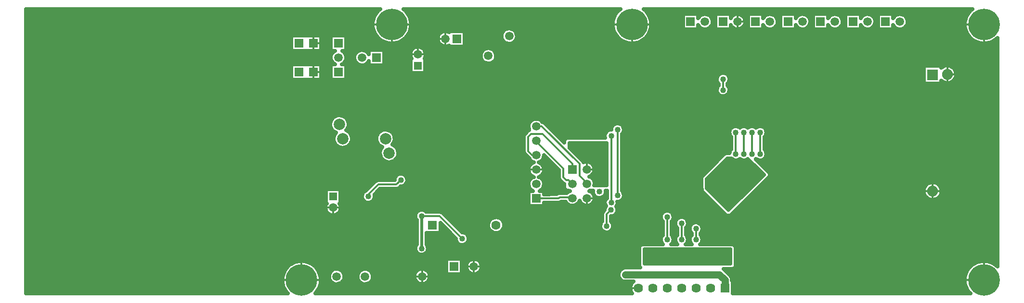
<source format=gbr>
G04 DipTrace 2.4.0.2*
%INBottom.gbr*%
%MOIN*%
%ADD13C,0.05*%
%ADD14C,0.013*%
%ADD15C,0.02*%
%ADD17C,0.04*%
%ADD20C,0.025*%
%ADD24R,0.0748X0.0748*%
%ADD25C,0.0748*%
%ADD28R,0.0591X0.0591*%
%ADD29C,0.0591*%
%ADD30R,0.0531X0.0531*%
%ADD32R,0.063X0.063*%
%ADD33C,0.063*%
%ADD34R,0.0638X0.0638*%
%ADD35C,0.0638*%
%ADD37C,0.0787*%
%ADD38C,0.2187*%
%ADD39C,0.0591*%
%ADD40C,0.0748*%
%FSLAX44Y44*%
G04*
G70*
G90*
G75*
G01*
%LNBottom*%
%LPD*%
X45815Y5628D2*
D13*
X52315D1*
X52690Y5253D1*
Y4690D1*
X39630Y13909D2*
D14*
X39347D1*
X39065Y14190D1*
Y15190D1*
X39253Y15378D1*
X40065D1*
X42130Y13312D1*
Y12940D1*
X49690Y8065D2*
Y9190D1*
X39630Y15909D2*
Y15940D1*
X40003D1*
X42628Y13315D1*
Y12503D1*
X43065Y12065D1*
Y11753D1*
X43253Y11940D1*
X43130D1*
X48690Y8065D2*
Y9628D1*
X53440Y15503D2*
Y14003D1*
X54003Y15503D2*
Y14003D1*
X54565Y15503D2*
Y14003D1*
X55128Y15503D2*
Y14003D1*
X44819Y10626D2*
Y15253D1*
X28003Y11069D2*
Y11190D1*
X28690Y11878D1*
X29940D1*
X30253Y12190D1*
X31690Y9690D2*
D15*
Y7440D1*
Y9690D2*
D14*
X32940D1*
X34503Y8127D1*
X44503Y9003D2*
Y9815D1*
X44815Y10128D1*
X45257Y11126D2*
Y15690D1*
X52567Y18440D2*
Y19190D1*
X39630Y10909D2*
X41159D1*
X41253Y11003D1*
X42130D1*
Y10940D1*
X50690Y8065D2*
Y8815D1*
X39630Y14909D2*
Y14875D1*
X41503Y13003D1*
Y12378D1*
X41690Y12190D1*
X41880D1*
X42130Y11940D1*
D17*
X45815Y5628D3*
X49690Y8065D3*
Y9190D3*
X48690Y8065D3*
Y9628D3*
X53440Y15503D3*
Y14003D3*
X54003Y15503D3*
Y14003D3*
X54565Y15503D3*
Y14003D3*
X55128Y15503D3*
Y14003D3*
X44819Y10626D3*
Y15253D3*
X28003Y11069D3*
X30253Y12190D3*
X31690Y9690D3*
Y7440D3*
X34503Y8127D3*
X44503Y9003D3*
X44815Y10128D3*
X31690Y9690D3*
X45257Y11126D3*
Y15690D3*
X52567Y18440D3*
Y19190D3*
X50690Y8065D3*
Y8815D3*
X55565Y20815D3*
X57815D3*
X60065D3*
X62315D3*
X64565D3*
X55565Y20190D3*
X57815D3*
X60065D3*
X62315D3*
X64565D3*
X32943Y18816D3*
X33318D3*
X42440Y14565D3*
X43003D3*
X43565D3*
X44128D3*
X52940Y13440D3*
X43963Y12865D3*
X44315Y13190D3*
X52440Y12940D3*
X51940Y12440D3*
X54940D3*
X48878Y12128D3*
X44003Y11940D3*
X54440D3*
X48878Y11565D3*
X53940Y11440D3*
X44003Y11378D3*
X53440Y10940D3*
X52940Y10440D3*
X26315Y10253D3*
X43128Y10190D3*
X43690D3*
X47757Y6877D3*
X32943Y19191D3*
X52445Y6877D3*
X33318Y19191D3*
X47257Y6877D3*
X52945D3*
X51632Y19816D3*
X60128Y11628D3*
X59815Y11315D3*
X4340Y23816D2*
D20*
X28554D1*
X30701D2*
X45179D1*
X47326D2*
X69554D1*
X4340Y23568D2*
X28401D1*
X30854D2*
X45026D1*
X47479D2*
X49761D1*
X51713D2*
X52011D1*
X53963D2*
X54261D1*
X56213D2*
X56511D1*
X58463D2*
X58761D1*
X60713D2*
X61011D1*
X62963D2*
X63261D1*
X65213D2*
X69401D1*
X4340Y23319D2*
X28312D1*
X30944D2*
X44937D1*
X47569D2*
X49761D1*
X51854D2*
X52007D1*
X54104D2*
X54257D1*
X56354D2*
X56507D1*
X58604D2*
X58757D1*
X60854D2*
X61007D1*
X63104D2*
X63257D1*
X65354D2*
X69312D1*
X4340Y23070D2*
X28276D1*
X30979D2*
X44901D1*
X47604D2*
X49761D1*
X51858D2*
X52007D1*
X54108D2*
X54257D1*
X56358D2*
X56507D1*
X58608D2*
X58757D1*
X60858D2*
X61007D1*
X63108D2*
X63257D1*
X65358D2*
X69276D1*
X4340Y22822D2*
X28288D1*
X30967D2*
X44913D1*
X47592D2*
X49761D1*
X51721D2*
X52011D1*
X53971D2*
X54261D1*
X56221D2*
X56511D1*
X58471D2*
X58761D1*
X60721D2*
X61011D1*
X62971D2*
X63261D1*
X65221D2*
X69288D1*
X4340Y22573D2*
X28347D1*
X30909D2*
X37362D1*
X38147D2*
X44972D1*
X47534D2*
X69347D1*
X4340Y22324D2*
X28460D1*
X30795D2*
X32898D1*
X34686D2*
X37218D1*
X38295D2*
X45085D1*
X47420D2*
X69460D1*
X4340Y22076D2*
X22636D1*
X24744D2*
X25386D1*
X26494D2*
X28651D1*
X30604D2*
X32792D1*
X34686D2*
X37214D1*
X38299D2*
X45276D1*
X47229D2*
X69651D1*
X4340Y21827D2*
X22636D1*
X24744D2*
X25386D1*
X26494D2*
X28984D1*
X30272D2*
X32819D1*
X34686D2*
X37347D1*
X38166D2*
X45609D1*
X46897D2*
X69984D1*
X71272D2*
X71542D1*
X4340Y21578D2*
X22636D1*
X24744D2*
X25386D1*
X26494D2*
X33003D1*
X34686D2*
X71542D1*
X4340Y21330D2*
X22636D1*
X24744D2*
X25386D1*
X26494D2*
X31085D1*
X31799D2*
X36163D1*
X36475D2*
X71542D1*
X4340Y21081D2*
X25558D1*
X26323D2*
X27183D1*
X29123D2*
X30913D1*
X31971D2*
X35835D1*
X36803D2*
X71542D1*
X4340Y20832D2*
X25405D1*
X26475D2*
X27030D1*
X29123D2*
X30894D1*
X31991D2*
X35765D1*
X36873D2*
X71542D1*
X4340Y20584D2*
X25398D1*
X26483D2*
X27023D1*
X29123D2*
X30917D1*
X31967D2*
X35816D1*
X36819D2*
X71542D1*
X4340Y20335D2*
X25523D1*
X26358D2*
X27148D1*
X29123D2*
X30917D1*
X31967D2*
X36069D1*
X36565D2*
X71542D1*
X4340Y20086D2*
X22636D1*
X24744D2*
X25386D1*
X26494D2*
X30917D1*
X31967D2*
X66437D1*
X68385D2*
X71542D1*
X4340Y19837D2*
X22636D1*
X24744D2*
X25386D1*
X26494D2*
X30917D1*
X31967D2*
X66437D1*
X68647D2*
X71542D1*
X4340Y19589D2*
X22636D1*
X24744D2*
X25386D1*
X26494D2*
X52370D1*
X52764D2*
X66437D1*
X68721D2*
X71542D1*
X4340Y19340D2*
X22636D1*
X24744D2*
X25386D1*
X26494D2*
X52136D1*
X53002D2*
X66437D1*
X68690D2*
X71542D1*
X4340Y19091D2*
X52120D1*
X53014D2*
X66437D1*
X68526D2*
X71542D1*
X4340Y18843D2*
X52241D1*
X52893D2*
X71542D1*
X4340Y18594D2*
X52136D1*
X52998D2*
X71542D1*
X4340Y18345D2*
X52116D1*
X53018D2*
X71542D1*
X4340Y18097D2*
X52276D1*
X52858D2*
X71542D1*
X4340Y17848D2*
X71542D1*
X4340Y17599D2*
X71542D1*
X4340Y17351D2*
X71542D1*
X4340Y17102D2*
X71542D1*
X4340Y16853D2*
X71542D1*
X4340Y16605D2*
X25655D1*
X26350D2*
X71542D1*
X4340Y16356D2*
X25421D1*
X26584D2*
X39319D1*
X39940D2*
X71542D1*
X4340Y16107D2*
X25351D1*
X26655D2*
X39112D1*
X40284D2*
X45109D1*
X45405D2*
X71542D1*
X4340Y15858D2*
X25386D1*
X26619D2*
X39077D1*
X40534D2*
X44831D1*
X45682D2*
X53163D1*
X55405D2*
X71542D1*
X4340Y15610D2*
X25546D1*
X26576D2*
X28851D1*
X29530D2*
X39038D1*
X40784D2*
X44546D1*
X45709D2*
X52995D1*
X55573D2*
X71542D1*
X4340Y15361D2*
X25659D1*
X26819D2*
X28612D1*
X29768D2*
X38792D1*
X41030D2*
X44374D1*
X45580D2*
X53003D1*
X55565D2*
X71542D1*
X4340Y15112D2*
X25585D1*
X26889D2*
X28538D1*
X29842D2*
X38741D1*
X41280D2*
X41784D1*
X45580D2*
X53116D1*
X55451D2*
X71542D1*
X4340Y14864D2*
X25616D1*
X26858D2*
X28569D1*
X29811D2*
X38741D1*
X45580D2*
X53116D1*
X55451D2*
X71542D1*
X4340Y14615D2*
X25773D1*
X26701D2*
X28726D1*
X29772D2*
X38741D1*
X45580D2*
X53116D1*
X55451D2*
X71542D1*
X4340Y14366D2*
X28866D1*
X30018D2*
X38741D1*
X45580D2*
X53116D1*
X55451D2*
X71542D1*
X4340Y14118D2*
X28792D1*
X30092D2*
X38749D1*
X45580D2*
X52995D1*
X55573D2*
X71542D1*
X4340Y13869D2*
X28819D1*
X30065D2*
X38937D1*
X45580D2*
X52511D1*
X55565D2*
X71542D1*
X4340Y13620D2*
X28972D1*
X29912D2*
X39159D1*
X40100D2*
X40437D1*
X45580D2*
X52265D1*
X55362D2*
X71542D1*
X4340Y13372D2*
X39347D1*
X39912D2*
X40683D1*
X45580D2*
X52015D1*
X55116D2*
X71542D1*
X4340Y13123D2*
X39120D1*
X40139D2*
X40933D1*
X45580D2*
X51765D1*
X55366D2*
X71542D1*
X4340Y12874D2*
X39077D1*
X40186D2*
X41179D1*
X45580D2*
X51519D1*
X55612D2*
X71542D1*
X4340Y12626D2*
X39155D1*
X40104D2*
X41179D1*
X45580D2*
X51269D1*
X55819D2*
X71542D1*
X4340Y12377D2*
X29835D1*
X30670D2*
X39359D1*
X39905D2*
X41179D1*
X45580D2*
X51062D1*
X55733D2*
X71542D1*
X4340Y12128D2*
X28499D1*
X30709D2*
X39124D1*
X40139D2*
X41304D1*
X45580D2*
X51054D1*
X55487D2*
X71542D1*
X4340Y11879D2*
X28241D1*
X30580D2*
X39077D1*
X40186D2*
X41554D1*
X45580D2*
X51054D1*
X55237D2*
X66632D1*
X67510D2*
X71542D1*
X4340Y11631D2*
X27995D1*
X30135D2*
X39155D1*
X40108D2*
X41562D1*
X45580D2*
X51054D1*
X54987D2*
X66472D1*
X67670D2*
X71542D1*
X4340Y11382D2*
X25038D1*
X26092D2*
X27675D1*
X28643D2*
X39073D1*
X40186D2*
X41812D1*
X45631D2*
X51140D1*
X54741D2*
X66441D1*
X67701D2*
X71542D1*
X4340Y11133D2*
X25038D1*
X26092D2*
X27546D1*
X28459D2*
X39073D1*
X45717D2*
X51390D1*
X54491D2*
X66515D1*
X67627D2*
X71542D1*
X4340Y10885D2*
X25038D1*
X26092D2*
X27585D1*
X28420D2*
X39073D1*
X43682D2*
X44444D1*
X45643D2*
X51640D1*
X54241D2*
X66780D1*
X67362D2*
X71542D1*
X4340Y10636D2*
X25038D1*
X26092D2*
X39073D1*
X41307D2*
X41671D1*
X43588D2*
X44359D1*
X45280D2*
X51886D1*
X53994D2*
X71542D1*
X4340Y10387D2*
X25023D1*
X26108D2*
X39073D1*
X40186D2*
X44429D1*
X45209D2*
X52136D1*
X53744D2*
X71542D1*
X4340Y10139D2*
X25030D1*
X26100D2*
X44355D1*
X45276D2*
X52386D1*
X53494D2*
X71542D1*
X4340Y9890D2*
X25179D1*
X25951D2*
X31280D1*
X33190D2*
X44187D1*
X45205D2*
X48319D1*
X49061D2*
X52632D1*
X53248D2*
X71542D1*
X4340Y9641D2*
X31234D1*
X33440D2*
X44179D1*
X44826D2*
X48230D1*
X49151D2*
X71542D1*
X4340Y9393D2*
X31331D1*
X33686D2*
X36382D1*
X37315D2*
X44179D1*
X44826D2*
X48300D1*
X49080D2*
X49280D1*
X50100D2*
X71542D1*
X4340Y9144D2*
X31331D1*
X33936D2*
X36280D1*
X37420D2*
X44066D1*
X44940D2*
X48366D1*
X49014D2*
X49234D1*
X50147D2*
X50382D1*
X50998D2*
X71542D1*
X4340Y8895D2*
X31331D1*
X33014D2*
X33284D1*
X34186D2*
X36300D1*
X37397D2*
X44058D1*
X44948D2*
X48366D1*
X49014D2*
X49347D1*
X50034D2*
X50237D1*
X51143D2*
X71542D1*
X4340Y8647D2*
X31331D1*
X33014D2*
X33534D1*
X34432D2*
X36468D1*
X37233D2*
X44230D1*
X44776D2*
X48366D1*
X49014D2*
X49366D1*
X50014D2*
X50265D1*
X51116D2*
X71542D1*
X4340Y8398D2*
X31331D1*
X32049D2*
X33784D1*
X34869D2*
X48366D1*
X49014D2*
X49366D1*
X50014D2*
X50366D1*
X51014D2*
X71542D1*
X4340Y8149D2*
X31331D1*
X32049D2*
X34030D1*
X34963D2*
X48237D1*
X51143D2*
X71542D1*
X4340Y7900D2*
X31331D1*
X32049D2*
X34109D1*
X34901D2*
X48261D1*
X49119D2*
X49266D1*
X50119D2*
X50266D1*
X51119D2*
X71542D1*
X4340Y7652D2*
X31284D1*
X32096D2*
X46800D1*
X53401D2*
X71542D1*
X4340Y7403D2*
X31234D1*
X32147D2*
X46745D1*
X53455D2*
X71542D1*
X4340Y7154D2*
X31339D1*
X32041D2*
X46745D1*
X53455D2*
X71542D1*
X4340Y6906D2*
X46745D1*
X53455D2*
X71542D1*
X4340Y6657D2*
X33386D1*
X34494D2*
X35042D1*
X35596D2*
X46745D1*
X53455D2*
X71542D1*
X4340Y6408D2*
X22698D1*
X24057D2*
X33386D1*
X34494D2*
X34812D1*
X35826D2*
X46745D1*
X53455D2*
X69948D1*
X71307D2*
X71542D1*
X4340Y6160D2*
X22382D1*
X24373D2*
X33386D1*
X34494D2*
X34765D1*
X35873D2*
X46765D1*
X53436D2*
X69632D1*
X4340Y5911D2*
X22198D1*
X24557D2*
X25452D1*
X26178D2*
X27421D1*
X28143D2*
X31359D1*
X32084D2*
X33386D1*
X34494D2*
X34843D1*
X35795D2*
X45398D1*
X52744D2*
X69448D1*
X4340Y5662D2*
X22089D1*
X24666D2*
X25284D1*
X26346D2*
X27253D1*
X28311D2*
X31191D1*
X32252D2*
X33386D1*
X34494D2*
X35245D1*
X35393D2*
X45308D1*
X52991D2*
X69339D1*
X4340Y5414D2*
X22034D1*
X24721D2*
X25269D1*
X26362D2*
X27234D1*
X28330D2*
X31175D1*
X32268D2*
X45355D1*
X53174D2*
X69284D1*
X4340Y5165D2*
X22026D1*
X24729D2*
X25382D1*
X26248D2*
X27347D1*
X28217D2*
X31288D1*
X32155D2*
X45644D1*
X53268D2*
X69276D1*
X4340Y4916D2*
X22066D1*
X24690D2*
X46159D1*
X53268D2*
X69316D1*
X4340Y4668D2*
X22159D1*
X24596D2*
X46112D1*
X53268D2*
X69409D1*
X4340Y4419D2*
X22319D1*
X24436D2*
X46183D1*
X53268D2*
X69569D1*
X66587Y20112D2*
X67680D1*
X67684Y19994D1*
X67785Y20067D1*
X67899Y20118D1*
X68020Y20145D1*
X68145Y20147D1*
X68268Y20123D1*
X68383Y20074D1*
X68485Y20004D1*
X68572Y19913D1*
X68637Y19807D1*
X68680Y19690D1*
X68699Y19567D1*
X68691Y19441D1*
X68658Y19320D1*
X68601Y19209D1*
X68523Y19112D1*
X68427Y19033D1*
X68316Y18975D1*
X68196Y18940D1*
X68072Y18931D1*
X67948Y18948D1*
X67830Y18989D1*
X67724Y19054D1*
X67680Y19090D1*
Y18894D1*
X66462D1*
Y20112D1*
X66587D1*
X67680Y11407D2*
X67662Y11284D1*
X67619Y11166D1*
X67554Y11060D1*
X67468Y10970D1*
X67365Y10899D1*
X67250Y10850D1*
X67128Y10826D1*
X67003Y10827D1*
X66881Y10854D1*
X66767Y10905D1*
X66666Y10978D1*
X66582Y11070D1*
X66518Y11177D1*
X66478Y11295D1*
X66462Y11419D1*
X66473Y11543D1*
X66508Y11663D1*
X66567Y11773D1*
X66647Y11869D1*
X66745Y11946D1*
X66856Y12002D1*
X66977Y12034D1*
X67101Y12041D1*
X67225Y12022D1*
X67342Y11978D1*
X67447Y11911D1*
X67537Y11825D1*
X67607Y11722D1*
X67655Y11606D1*
X67678Y11484D1*
X67680Y11407D1*
X33725Y22534D2*
X34661D1*
Y21473D1*
X33600D1*
Y21540D1*
X33499Y21496D1*
X33376Y21474D1*
X33251Y21481D1*
X33132Y21517D1*
X33024Y21580D1*
X32934Y21666D1*
X32867Y21771D1*
X32825Y21888D1*
X32813Y22012D1*
X32830Y22136D1*
X32875Y22252D1*
X32946Y22355D1*
X33039Y22438D1*
X33149Y22497D1*
X33269Y22529D1*
X33394Y22531D1*
X33516Y22505D1*
X33601Y22467D1*
X33600Y22534D1*
X33725D1*
X31891Y20629D2*
X31943D1*
Y19627D1*
X30942D1*
Y20629D1*
X31000D1*
X30966Y20683D1*
X30925Y20801D1*
X30912Y20925D1*
X30929Y21048D1*
X30974Y21164D1*
X31045Y21267D1*
X31139Y21350D1*
X31248Y21409D1*
X31369Y21441D1*
X31494Y21443D1*
X31616Y21417D1*
X31728Y21363D1*
X31824Y21284D1*
X31900Y21184D1*
X31950Y21070D1*
X31972Y20947D1*
X31968Y20841D1*
X31936Y20720D1*
X31889Y20629D1*
X25189Y11566D2*
X26066D1*
Y10564D1*
X26007D1*
X26046Y10502D1*
X26085Y10384D1*
X26095Y10278D1*
X26081Y10154D1*
X26038Y10037D1*
X25968Y9933D1*
X25877Y9849D1*
X25768Y9788D1*
X25648Y9754D1*
X25523Y9749D1*
X25401Y9774D1*
X25288Y9826D1*
X25190Y9903D1*
X25113Y10001D1*
X25061Y10115D1*
X25036Y10237D1*
X25042Y10361D1*
X25076Y10481D1*
X25120Y10565D1*
X25064Y10564D1*
Y11566D1*
X25189D1*
X33535Y6720D2*
X34470D1*
Y5660D1*
X33410D1*
Y6720D1*
X33535D1*
X35848Y6165D2*
X35827Y6042D1*
X35779Y5927D1*
X35705Y5827D1*
X35609Y5747D1*
X35497Y5691D1*
X35376Y5663D1*
X35251Y5664D1*
X35130Y5694D1*
X35020Y5752D1*
X34926Y5834D1*
X34853Y5935D1*
X34806Y6051D1*
X34788Y6174D1*
X34799Y6298D1*
X34839Y6417D1*
X34905Y6522D1*
X34994Y6610D1*
X35101Y6674D1*
X35220Y6711D1*
X35344Y6720D1*
X35467Y6699D1*
X35582Y6650D1*
X35682Y6576D1*
X35762Y6480D1*
X35818Y6368D1*
X35845Y6247D1*
X35848Y6165D1*
X26331Y5379D2*
X26288Y5262D1*
X26218Y5158D1*
X26127Y5074D1*
X26018Y5013D1*
X25898Y4979D1*
X25773Y4974D1*
X25651Y4998D1*
X25538Y5051D1*
X25440Y5128D1*
X25363Y5226D1*
X25311Y5339D1*
X25286Y5462D1*
X25292Y5586D1*
X25326Y5706D1*
X25387Y5815D1*
X25472Y5906D1*
X25575Y5976D1*
X25692Y6019D1*
X25816Y6033D1*
X25940Y6018D1*
X26057Y5975D1*
X26161Y5905D1*
X26245Y5813D1*
X26306Y5704D1*
X26339Y5584D1*
X26345Y5503D1*
X26331Y5379D1*
X32250Y5478D2*
X32230Y5355D1*
X32181Y5240D1*
X32107Y5140D1*
X32012Y5059D1*
X31900Y5004D1*
X31779Y4976D1*
X31654Y4977D1*
X31533Y5007D1*
X31422Y5064D1*
X31328Y5146D1*
X31256Y5248D1*
X31209Y5363D1*
X31191Y5487D1*
X31202Y5611D1*
X31241Y5729D1*
X31307Y5835D1*
X31396Y5922D1*
X31503Y5986D1*
X31622Y6024D1*
X31747Y6032D1*
X31870Y6012D1*
X31984Y5963D1*
X32085Y5888D1*
X32165Y5793D1*
X32220Y5681D1*
X32248Y5559D1*
X32250Y5478D1*
X32990Y9213D2*
Y8515D1*
X32025D1*
Y7718D1*
X32064Y7662D1*
X32112Y7547D1*
X32125Y7440D1*
X32107Y7317D1*
X32055Y7204D1*
X31973Y7110D1*
X31868Y7043D1*
X31748Y7009D1*
X31624Y7010D1*
X31505Y7047D1*
X31401Y7115D1*
X31321Y7211D1*
X31271Y7325D1*
X31255Y7449D1*
X31275Y7571D1*
X31330Y7684D1*
X31353Y7710D1*
X31355Y9413D1*
X31321Y9461D1*
X31271Y9575D1*
X31255Y9699D1*
X31275Y9821D1*
X31330Y9934D1*
X31413Y10026D1*
X31520Y10090D1*
X31640Y10122D1*
X31765Y10119D1*
X31883Y10080D1*
X31986Y10009D1*
X32003Y9988D1*
X32940Y9990D1*
X33065Y9962D1*
X33152Y9902D1*
X34492Y8563D1*
X34578Y8555D1*
X34697Y8517D1*
X34799Y8446D1*
X34877Y8349D1*
X34925Y8234D1*
X34938Y8127D1*
X34921Y8004D1*
X34869Y7890D1*
X34787Y7797D1*
X34681Y7730D1*
X34562Y7696D1*
X34437Y7697D1*
X34318Y7733D1*
X34214Y7802D1*
X34134Y7898D1*
X34084Y8012D1*
X34069Y8139D1*
X32990Y9216D1*
X37385Y8941D2*
X37344Y8824D1*
X37277Y8719D1*
X37188Y8631D1*
X37081Y8566D1*
X36963Y8527D1*
X36838Y8515D1*
X36715Y8532D1*
X36598Y8576D1*
X36494Y8645D1*
X36409Y8736D1*
X36346Y8844D1*
X36309Y8963D1*
X36300Y9087D1*
X36319Y9211D1*
X36366Y9326D1*
X36437Y9429D1*
X36530Y9512D1*
X36639Y9573D1*
X36758Y9608D1*
X36883Y9614D1*
X37006Y9592D1*
X37121Y9544D1*
X37221Y9470D1*
X37303Y9376D1*
X37362Y9266D1*
X37394Y9145D1*
X37400Y9065D1*
X37385Y8941D1*
X39225Y11439D2*
X39385D1*
X39255Y11534D1*
X39178Y11632D1*
X39126Y11745D1*
X39102Y11868D1*
X39107Y11992D1*
X39141Y12112D1*
X39202Y12221D1*
X39287Y12313D1*
X39390Y12382D1*
X39460Y12407D1*
X39353Y12457D1*
X39255Y12534D1*
X39178Y12632D1*
X39126Y12745D1*
X39102Y12868D1*
X39107Y12992D1*
X39141Y13112D1*
X39202Y13221D1*
X39287Y13313D1*
X39390Y13382D1*
X39454Y13409D1*
X39353Y13457D1*
X39255Y13534D1*
X39178Y13632D1*
X39157Y13678D1*
X38853Y13978D1*
X38785Y14086D1*
X38765Y14190D1*
Y15190D1*
X38793Y15315D1*
X38853Y15402D1*
X39041Y15590D1*
X39148Y15658D1*
X39077Y15620D1*
X39126Y15745D1*
X39102Y15868D1*
X39107Y15992D1*
X39141Y16112D1*
X39202Y16221D1*
X39287Y16313D1*
X39390Y16382D1*
X39508Y16425D1*
X39631Y16439D1*
X39755Y16424D1*
X39872Y16381D1*
X39976Y16311D1*
X40042Y16239D1*
X40162Y16194D1*
X40303Y16064D1*
X41582Y14785D1*
X41580Y14878D1*
X41613Y14997D1*
X41701Y15083D1*
X41815Y15113D1*
X44405D1*
X44384Y15261D1*
X44404Y15384D1*
X44459Y15496D1*
X44542Y15588D1*
X44649Y15653D1*
X44769Y15685D1*
X44820Y15683D1*
X44842Y15822D1*
X44896Y15934D1*
X44980Y16026D1*
X45086Y16091D1*
X45207Y16122D1*
X45331Y16119D1*
X45450Y16080D1*
X45552Y16009D1*
X45631Y15912D1*
X45678Y15797D1*
X45692Y15690D1*
X45674Y15567D1*
X45622Y15454D1*
X45558Y15380D1*
X45557Y11444D1*
X45631Y11348D1*
X45678Y11233D1*
X45692Y11126D1*
X45674Y11002D1*
X45622Y10889D1*
X45540Y10795D1*
X45435Y10729D1*
X45315Y10695D1*
X45249D1*
X45254Y10626D1*
X45236Y10502D1*
X45171Y10375D1*
X45237Y10235D1*
X45250Y10128D1*
X45232Y10004D1*
X45180Y9891D1*
X45098Y9797D1*
X44993Y9731D1*
X44873Y9697D1*
X44807D1*
X44803Y9565D1*
Y9319D1*
X44877Y9225D1*
X44924Y9110D1*
X44938Y9003D1*
X44920Y8879D1*
X44868Y8766D1*
X44786Y8672D1*
X44681Y8606D1*
X44561Y8572D1*
X44436Y8573D1*
X44317Y8609D1*
X44213Y8678D1*
X44133Y8773D1*
X44083Y8887D1*
X44068Y9011D1*
X44088Y9134D1*
X44142Y9246D1*
X44202Y9312D1*
X44203Y9815D1*
X44231Y9940D1*
X44291Y10027D1*
X44382Y10118D1*
X44400Y10259D1*
X44463Y10380D1*
X44400Y10510D1*
X44384Y10634D1*
X44404Y10757D1*
X44459Y10869D1*
X44519Y10935D1*
Y11458D1*
X44428Y11455D1*
X44438Y11378D1*
X44420Y11254D1*
X44368Y11141D1*
X44286Y11047D1*
X44181Y10981D1*
X44061Y10947D1*
X43936Y10948D1*
X43817Y10984D1*
X43713Y11053D1*
X43633Y11148D1*
X43583Y11262D1*
X43568Y11386D1*
X43580Y11459D1*
X43342Y11455D1*
X43299Y11441D1*
X43394Y11400D1*
X43494Y11326D1*
X43574Y11230D1*
X43630Y11118D1*
X43658Y10997D1*
Y10890D1*
X43632Y10768D1*
X43578Y10656D1*
X43499Y10559D1*
X43400Y10484D1*
X43286Y10433D1*
X43163Y10411D1*
X43039Y10418D1*
X42919Y10454D1*
X42811Y10516D1*
X42721Y10603D1*
X42654Y10707D1*
X42630Y10764D1*
X42603Y10699D1*
X42533Y10596D1*
X42442Y10511D1*
X42333Y10450D1*
X42213Y10416D1*
X42088Y10412D1*
X41966Y10436D1*
X41853Y10488D1*
X41755Y10566D1*
X41678Y10664D1*
X41660Y10703D1*
X41371Y10697D1*
X41300Y10644D1*
X41226Y10616D1*
X41034Y10609D1*
X40163D1*
X40161Y10378D1*
X39100D1*
Y11439D1*
X39225D1*
X39877D2*
X40161D1*
Y11208D1*
X41033Y11209D1*
X41111Y11267D1*
X41186Y11295D1*
X41378Y11303D1*
X41741D1*
X41890Y11413D1*
X41960Y11439D1*
X41878Y11455D1*
X41815D1*
X41696Y11488D1*
X41610Y11576D1*
X41580Y11690D1*
Y11913D1*
X41531Y11936D1*
X41390Y12066D1*
X41291Y12166D1*
X41222Y12273D1*
X41203Y12378D1*
X41202Y12879D1*
X40161Y13920D1*
X40146Y13785D1*
X40103Y13668D1*
X40033Y13564D1*
X39942Y13480D1*
X39833Y13419D1*
X39799Y13409D1*
X39894Y13369D1*
X39994Y13294D1*
X40074Y13199D1*
X40130Y13087D1*
X40158Y12965D1*
Y12859D1*
X40132Y12737D1*
X40078Y12624D1*
X39999Y12528D1*
X39900Y12452D1*
X39806Y12408D1*
X39872Y12381D1*
X39976Y12311D1*
X40060Y12219D1*
X40121Y12110D1*
X40154Y11990D1*
X40161Y11909D1*
X40146Y11785D1*
X40103Y11668D1*
X40033Y11564D1*
X39942Y11480D1*
X39870Y11440D1*
X22785Y22220D2*
X23720Y22217D1*
X23710Y22220D1*
X24720D1*
Y21160D1*
X22660D1*
Y22220D1*
X22785D1*
X25535Y20220D2*
X25695D1*
X25565Y20316D1*
X25488Y20414D1*
X25436Y20527D1*
X25411Y20649D1*
X25417Y20774D1*
X25451Y20894D1*
X25512Y21003D1*
X25597Y21094D1*
X25697Y21161D1*
X25410Y21160D1*
Y22220D1*
X26470D1*
Y21160D1*
X26185D1*
X26286Y21093D1*
X26370Y21001D1*
X26431Y20892D1*
X26464Y20772D1*
X26470Y20690D1*
X26456Y20566D1*
X26413Y20449D1*
X26343Y20346D1*
X26252Y20261D1*
X26180Y20221D1*
X26470Y20220D1*
Y19160D1*
X25410D1*
Y20220D1*
X25535D1*
X23685D2*
X24720D1*
Y19160D1*
X22660D1*
Y20220D1*
X23720Y20217D1*
X23685Y20220D1*
X28162Y21221D2*
X29098D1*
Y20160D1*
X28037D1*
Y20445D1*
X27970Y20346D1*
X27879Y20261D1*
X27770Y20201D1*
X27650Y20167D1*
X27525Y20162D1*
X27403Y20186D1*
X27290Y20239D1*
X27192Y20316D1*
X27115Y20414D1*
X27063Y20527D1*
X27039Y20650D1*
X27044Y20774D1*
X27078Y20894D1*
X27139Y21003D1*
X27224Y21094D1*
X27327Y21163D1*
X27445Y21206D1*
X27568Y21221D1*
X27692Y21206D1*
X27809Y21162D1*
X27913Y21093D1*
X27997Y21001D1*
X28037Y20930D1*
Y21221D1*
X28162D1*
X54410Y23720D2*
X55345D1*
Y23435D1*
X55387Y23503D1*
X55472Y23594D1*
X55575Y23663D1*
X55692Y23706D1*
X55816Y23720D1*
X55940Y23705D1*
X56057Y23662D1*
X56161Y23593D1*
X56245Y23501D1*
X56306Y23392D1*
X56339Y23272D1*
X56345Y23190D1*
X56331Y23066D1*
X56288Y22949D1*
X56218Y22846D1*
X56127Y22761D1*
X56018Y22700D1*
X55898Y22666D1*
X55773Y22662D1*
X55651Y22686D1*
X55538Y22738D1*
X55440Y22816D1*
X55363Y22914D1*
X55345Y22953D1*
Y22660D1*
X54285D1*
Y23720D1*
X54410D1*
X56660D2*
X57595D1*
Y23435D1*
X57637Y23503D1*
X57722Y23594D1*
X57825Y23663D1*
X57942Y23706D1*
X58066Y23720D1*
X58190Y23705D1*
X58307Y23662D1*
X58411Y23593D1*
X58495Y23501D1*
X58556Y23392D1*
X58589Y23272D1*
X58595Y23190D1*
X58581Y23066D1*
X58538Y22949D1*
X58468Y22846D1*
X58377Y22761D1*
X58268Y22700D1*
X58148Y22666D1*
X58023Y22662D1*
X57901Y22686D1*
X57788Y22738D1*
X57690Y22816D1*
X57613Y22914D1*
X57595Y22953D1*
Y22660D1*
X56535D1*
Y23720D1*
X56660D1*
X58910D2*
X59845D1*
Y23435D1*
X59887Y23503D1*
X59972Y23594D1*
X60075Y23663D1*
X60192Y23706D1*
X60316Y23720D1*
X60440Y23705D1*
X60557Y23662D1*
X60661Y23593D1*
X60745Y23501D1*
X60806Y23392D1*
X60839Y23272D1*
X60845Y23190D1*
X60831Y23066D1*
X60788Y22949D1*
X60718Y22846D1*
X60627Y22761D1*
X60518Y22700D1*
X60398Y22666D1*
X60273Y22662D1*
X60151Y22686D1*
X60038Y22738D1*
X59940Y22816D1*
X59863Y22914D1*
X59845Y22953D1*
Y22660D1*
X58785D1*
Y23720D1*
X58910D1*
X61160D2*
X62095D1*
Y23435D1*
X62137Y23503D1*
X62222Y23594D1*
X62325Y23663D1*
X62442Y23706D1*
X62566Y23720D1*
X62690Y23705D1*
X62807Y23662D1*
X62911Y23593D1*
X62995Y23501D1*
X63056Y23392D1*
X63089Y23272D1*
X63095Y23190D1*
X63081Y23066D1*
X63038Y22949D1*
X62968Y22846D1*
X62877Y22761D1*
X62768Y22700D1*
X62648Y22666D1*
X62523Y22662D1*
X62401Y22686D1*
X62288Y22738D1*
X62190Y22816D1*
X62113Y22914D1*
X62095Y22953D1*
Y22660D1*
X61035D1*
Y23720D1*
X61160D1*
X63410D2*
X64345D1*
Y23435D1*
X64387Y23503D1*
X64472Y23594D1*
X64575Y23663D1*
X64692Y23706D1*
X64816Y23720D1*
X64940Y23705D1*
X65057Y23662D1*
X65161Y23593D1*
X65245Y23501D1*
X65306Y23392D1*
X65339Y23272D1*
X65345Y23190D1*
X65331Y23066D1*
X65288Y22949D1*
X65218Y22846D1*
X65127Y22761D1*
X65018Y22700D1*
X64898Y22666D1*
X64773Y22662D1*
X64651Y22686D1*
X64538Y22738D1*
X64440Y22816D1*
X64363Y22914D1*
X64345Y22953D1*
Y22660D1*
X63285D1*
Y23720D1*
X63410D1*
X49910D2*
X50845D1*
Y23435D1*
X50887Y23503D1*
X50972Y23594D1*
X51075Y23663D1*
X51192Y23706D1*
X51316Y23720D1*
X51440Y23705D1*
X51557Y23662D1*
X51661Y23593D1*
X51745Y23501D1*
X51806Y23392D1*
X51839Y23272D1*
X51845Y23190D1*
X51831Y23066D1*
X51788Y22949D1*
X51718Y22846D1*
X51627Y22761D1*
X51518Y22700D1*
X51398Y22666D1*
X51273Y22662D1*
X51151Y22686D1*
X51038Y22738D1*
X50940Y22816D1*
X50863Y22914D1*
X50845Y22953D1*
Y22660D1*
X49785D1*
Y23720D1*
X49910D1*
X52160D2*
X53095D1*
X53097Y23439D1*
X53168Y23542D1*
X53261Y23625D1*
X53371Y23684D1*
X53492Y23715D1*
X53616Y23718D1*
X53738Y23691D1*
X53850Y23637D1*
X53947Y23558D1*
X54022Y23459D1*
X54072Y23345D1*
X54094Y23222D1*
X54090Y23115D1*
X54058Y22995D1*
X53999Y22885D1*
X53916Y22792D1*
X53813Y22721D1*
X53697Y22676D1*
X53573Y22660D1*
X53449Y22673D1*
X53331Y22714D1*
X53227Y22782D1*
X53141Y22872D1*
X53095Y22944D1*
Y22660D1*
X52035D1*
Y23720D1*
X52160D1*
X53173Y5244D2*
X53244D1*
Y4318D1*
X54190Y4315D1*
X69686D1*
X69576Y4440D1*
X69479Y4585D1*
X69401Y4742D1*
X69345Y4907D1*
X69310Y5079D1*
X69299Y5253D1*
X69311Y5428D1*
X69345Y5599D1*
X69402Y5765D1*
X69479Y5921D1*
X69577Y6066D1*
X69693Y6197D1*
X69825Y6312D1*
X69971Y6408D1*
X70129Y6484D1*
X70295Y6539D1*
X70467Y6571D1*
X70641Y6581D1*
X70816Y6568D1*
X70987Y6532D1*
X71152Y6474D1*
X71307Y6394D1*
X71451Y6295D1*
X71565Y6194D1*
X71563Y22058D1*
X71431Y21944D1*
X71285Y21848D1*
X71127Y21771D1*
X70961Y21716D1*
X70790Y21684D1*
X70615Y21674D1*
X70441Y21687D1*
X70269Y21723D1*
X70105Y21781D1*
X69949Y21860D1*
X69805Y21960D1*
X69675Y22077D1*
X69561Y22210D1*
X69467Y22357D1*
X69392Y22515D1*
X69338Y22681D1*
X69307Y22853D1*
X69299Y23028D1*
X69314Y23202D1*
X69352Y23373D1*
X69411Y23538D1*
X69492Y23693D1*
X69593Y23836D1*
X69711Y23964D1*
X69830Y24065D1*
X47057Y24060D1*
X47189Y23946D1*
X47304Y23815D1*
X47402Y23670D1*
X47480Y23513D1*
X47536Y23347D1*
X47570Y23176D1*
X47582Y23003D1*
X47570Y22828D1*
X47536Y22657D1*
X47479Y22491D1*
X47401Y22334D1*
X47304Y22189D1*
X47188Y22058D1*
X47056Y21944D1*
X46910Y21848D1*
X46752Y21771D1*
X46586Y21716D1*
X46415Y21684D1*
X46240Y21674D1*
X46066Y21687D1*
X45894Y21723D1*
X45730Y21781D1*
X45574Y21860D1*
X45430Y21960D1*
X45300Y22077D1*
X45186Y22210D1*
X45092Y22357D1*
X45017Y22515D1*
X44963Y22681D1*
X44932Y22853D1*
X44924Y23028D1*
X44939Y23202D1*
X44977Y23373D1*
X45036Y23538D1*
X45117Y23693D1*
X45218Y23836D1*
X45336Y23964D1*
X45455Y24065D1*
X30432Y24060D1*
X30564Y23946D1*
X30679Y23815D1*
X30777Y23670D1*
X30855Y23513D1*
X30911Y23347D1*
X30945Y23176D1*
X30957Y23003D1*
X30945Y22828D1*
X30911Y22657D1*
X30854Y22491D1*
X30776Y22334D1*
X30679Y22189D1*
X30563Y22058D1*
X30431Y21944D1*
X30285Y21848D1*
X30127Y21771D1*
X29961Y21716D1*
X29790Y21684D1*
X29615Y21674D1*
X29441Y21687D1*
X29269Y21723D1*
X29105Y21781D1*
X28949Y21860D1*
X28805Y21960D1*
X28675Y22077D1*
X28561Y22210D1*
X28467Y22357D1*
X28392Y22515D1*
X28338Y22681D1*
X28307Y22853D1*
X28299Y23028D1*
X28314Y23202D1*
X28352Y23373D1*
X28411Y23538D1*
X28492Y23693D1*
X28593Y23836D1*
X28711Y23964D1*
X28830Y24065D1*
X4315D1*
Y4315D1*
X22436D1*
X22326Y4440D1*
X22229Y4585D1*
X22151Y4742D1*
X22095Y4907D1*
X22060Y5079D1*
X22049Y5253D1*
X22061Y5428D1*
X22095Y5599D1*
X22152Y5765D1*
X22229Y5921D1*
X22327Y6066D1*
X22443Y6197D1*
X22575Y6312D1*
X22721Y6408D1*
X22879Y6484D1*
X23045Y6539D1*
X23217Y6571D1*
X23391Y6581D1*
X23566Y6568D1*
X23737Y6532D1*
X23902Y6474D1*
X24057Y6394D1*
X24201Y6295D1*
X24331Y6178D1*
X24445Y6045D1*
X24539Y5898D1*
X24614Y5740D1*
X24667Y5573D1*
X24698Y5401D1*
X24706Y5228D1*
X24691Y5053D1*
X24654Y4883D1*
X24594Y4718D1*
X24514Y4563D1*
X24413Y4420D1*
X24319Y4315D1*
X46280D1*
X46199Y4435D1*
X46154Y4552D1*
X46136Y4675D1*
X46147Y4799D1*
X46185Y4918D1*
X46249Y5025D1*
X46335Y5115D1*
X46371Y5142D1*
X45815Y5143D1*
X45692Y5159D1*
X45576Y5206D1*
X45476Y5281D1*
X45399Y5378D1*
X45349Y5493D1*
X45330Y5616D1*
X45343Y5740D1*
X45387Y5856D1*
X45460Y5958D1*
X45556Y6037D1*
X45669Y6090D1*
X45815Y6113D1*
X46819D1*
X46801Y6138D1*
X46772Y6252D1*
Y7502D1*
X46804Y7621D1*
X46893Y7707D1*
X47007Y7737D1*
X48401Y7740D1*
X48321Y7836D1*
X48271Y7950D1*
X48255Y8074D1*
X48275Y8196D1*
X48330Y8309D1*
X48390Y8375D1*
Y9311D1*
X48321Y9398D1*
X48271Y9512D1*
X48255Y9636D1*
X48275Y9759D1*
X48330Y9871D1*
X48413Y9963D1*
X48520Y10028D1*
X48640Y10060D1*
X48765Y10056D1*
X48883Y10017D1*
X48986Y9947D1*
X49064Y9850D1*
X49112Y9735D1*
X49125Y9628D1*
X49107Y9504D1*
X49055Y9391D1*
X48991Y9318D1*
X48990Y8382D1*
X49064Y8287D1*
X49112Y8172D1*
X49125Y8065D1*
X49107Y7942D1*
X49055Y7829D1*
X48976Y7738D1*
X49401Y7740D1*
X49321Y7836D1*
X49271Y7950D1*
X49255Y8074D1*
X49275Y8196D1*
X49330Y8309D1*
X49390Y8375D1*
Y8874D1*
X49321Y8961D1*
X49271Y9075D1*
X49255Y9199D1*
X49275Y9321D1*
X49330Y9434D1*
X49413Y9526D1*
X49520Y9590D1*
X49640Y9622D1*
X49765Y9619D1*
X49883Y9580D1*
X49986Y9509D1*
X50064Y9412D1*
X50112Y9297D1*
X50125Y9190D1*
X50107Y9067D1*
X50055Y8954D1*
X49991Y8880D1*
X49990Y8382D1*
X50064Y8287D1*
X50112Y8172D1*
X50125Y8065D1*
X50107Y7942D1*
X50055Y7829D1*
X49976Y7738D1*
X50401Y7740D1*
X50321Y7836D1*
X50271Y7950D1*
X50255Y8074D1*
X50275Y8196D1*
X50330Y8309D1*
X50390Y8375D1*
Y8499D1*
X50321Y8586D1*
X50271Y8700D1*
X50255Y8824D1*
X50275Y8946D1*
X50330Y9059D1*
X50413Y9151D1*
X50520Y9215D1*
X50640Y9247D1*
X50765Y9244D1*
X50883Y9205D1*
X50986Y9134D1*
X51064Y9037D1*
X51112Y8922D1*
X51125Y8815D1*
X51107Y8692D1*
X51055Y8579D1*
X50991Y8505D1*
X50990Y8382D1*
X51064Y8287D1*
X51112Y8172D1*
X51125Y8065D1*
X51107Y7942D1*
X51055Y7829D1*
X50976Y7738D1*
X53195Y7737D1*
X53314Y7704D1*
X53400Y7616D1*
X53430Y7502D1*
Y6252D1*
X53397Y6133D1*
X53309Y6046D1*
X53195Y6017D1*
X52605D1*
X52835Y5794D1*
X53033Y5596D1*
X53109Y5497D1*
X53158Y5382D1*
X53175Y5241D1*
X29806Y14941D2*
X29770Y14822D1*
X29710Y14712D1*
X29663Y14655D1*
X29826Y14563D1*
X29917Y14478D1*
X29989Y14376D1*
X30039Y14262D1*
X30067Y14140D1*
X30071Y14065D1*
X30059Y13941D1*
X30022Y13822D1*
X29963Y13712D1*
X29883Y13616D1*
X29785Y13538D1*
X29674Y13481D1*
X29554Y13446D1*
X29430Y13436D1*
X29306Y13451D1*
X29188Y13490D1*
X29079Y13552D1*
X28985Y13634D1*
X28909Y13733D1*
X28854Y13845D1*
X28822Y13965D1*
X28814Y14090D1*
X28831Y14214D1*
X28873Y14331D1*
X28937Y14439D1*
X28971Y14476D1*
X28827Y14552D1*
X28733Y14634D1*
X28656Y14733D1*
X28601Y14845D1*
X28569Y14965D1*
X28562Y15090D1*
X28579Y15214D1*
X28621Y15331D1*
X28684Y15439D1*
X28768Y15531D1*
X28868Y15605D1*
X28982Y15658D1*
X29103Y15688D1*
X29227Y15693D1*
X29351Y15673D1*
X29468Y15629D1*
X29574Y15563D1*
X29664Y15478D1*
X29737Y15376D1*
X29787Y15262D1*
X29814Y15140D1*
X29819Y15065D1*
X29806Y14941D1*
X26854D2*
X26817Y14822D1*
X26758Y14712D1*
X26678Y14616D1*
X26580Y14538D1*
X26469Y14481D1*
X26349Y14447D1*
X26225Y14437D1*
X26101Y14451D1*
X25983Y14490D1*
X25874Y14552D1*
X25780Y14634D1*
X25704Y14733D1*
X25649Y14845D1*
X25617Y14965D1*
X25609Y15090D1*
X25626Y15214D1*
X25668Y15331D1*
X25732Y15439D1*
X25771Y15482D1*
X25639Y15552D1*
X25545Y15634D1*
X25469Y15733D1*
X25414Y15845D1*
X25382Y15965D1*
X25374Y16090D1*
X25392Y16214D1*
X25433Y16331D1*
X25497Y16439D1*
X25581Y16531D1*
X25681Y16605D1*
X25794Y16658D1*
X25915Y16688D1*
X26040Y16693D1*
X26163Y16673D1*
X26280Y16629D1*
X26386Y16563D1*
X26477Y16478D1*
X26549Y16376D1*
X26600Y16262D1*
X26627Y16140D1*
X26631Y16065D1*
X26619Y15941D1*
X26582Y15822D1*
X26523Y15712D1*
X26470Y15649D1*
X26621Y15563D1*
X26712Y15478D1*
X26784Y15376D1*
X26834Y15262D1*
X26862Y15140D1*
X26866Y15065D1*
X26854Y14941D1*
X28298Y5378D2*
X28254Y5261D1*
X28185Y5157D1*
X28093Y5073D1*
X27985Y5012D1*
X27865Y4978D1*
X27740Y4973D1*
X27618Y4997D1*
X27504Y5050D1*
X27407Y5127D1*
X27329Y5225D1*
X27277Y5338D1*
X27253Y5461D1*
X27258Y5585D1*
X27292Y5705D1*
X27353Y5814D1*
X27438Y5905D1*
X27542Y5975D1*
X27659Y6018D1*
X27783Y6032D1*
X27907Y6017D1*
X28024Y5974D1*
X28127Y5904D1*
X28212Y5812D1*
X28272Y5703D1*
X28306Y5583D1*
X28312Y5502D1*
X28298Y5378D1*
X36834Y20692D2*
X36791Y20575D1*
X36721Y20471D1*
X36630Y20387D1*
X36521Y20326D1*
X36401Y20292D1*
X36276Y20287D1*
X36154Y20312D1*
X36041Y20364D1*
X35943Y20441D1*
X35866Y20539D1*
X35814Y20653D1*
X35789Y20775D1*
X35795Y20899D1*
X35829Y21019D1*
X35890Y21128D1*
X35974Y21220D1*
X36078Y21289D1*
X36195Y21332D1*
X36319Y21346D1*
X36443Y21331D1*
X36560Y21288D1*
X36664Y21218D1*
X36748Y21126D1*
X36809Y21017D1*
X36842Y20897D1*
X36848Y20816D1*
X36834Y20692D1*
X38271Y22067D2*
X38228Y21950D1*
X38159Y21846D1*
X38067Y21762D1*
X37958Y21701D1*
X37838Y21667D1*
X37714Y21662D1*
X37591Y21687D1*
X37478Y21739D1*
X37380Y21816D1*
X37303Y21914D1*
X37251Y22028D1*
X37227Y22150D1*
X37232Y22275D1*
X37266Y22395D1*
X37327Y22503D1*
X37412Y22595D1*
X37516Y22664D1*
X37633Y22707D1*
X37757Y22721D1*
X37881Y22706D1*
X37998Y22663D1*
X38101Y22593D1*
X38186Y22501D1*
X38246Y22393D1*
X38280Y22272D1*
X38286Y22191D1*
X38271Y22067D1*
X51237Y12570D2*
X52649Y13981D1*
X52760Y14043D1*
X52940Y14050D1*
X53007D1*
X53025Y14134D1*
X53080Y14246D1*
X53140Y14312D1*
Y15186D1*
X53071Y15273D1*
X53021Y15387D1*
X53005Y15511D1*
X53025Y15634D1*
X53080Y15746D1*
X53163Y15838D1*
X53270Y15903D1*
X53390Y15935D1*
X53515Y15931D1*
X53633Y15892D1*
X53720Y15833D1*
X53832Y15903D1*
X53953Y15935D1*
X54077Y15931D1*
X54196Y15892D1*
X54282Y15833D1*
X54395Y15903D1*
X54515Y15935D1*
X54640Y15931D1*
X54758Y15892D1*
X54845Y15833D1*
X54957Y15903D1*
X55078Y15935D1*
X55202Y15931D1*
X55321Y15892D1*
X55423Y15822D1*
X55502Y15725D1*
X55549Y15610D1*
X55563Y15503D1*
X55545Y15379D1*
X55493Y15266D1*
X55429Y15193D1*
X55428Y14319D1*
X55502Y14225D1*
X55549Y14110D1*
X55563Y14003D1*
X55545Y13879D1*
X55493Y13766D1*
X55411Y13672D1*
X55306Y13606D1*
X55186Y13572D1*
X55061Y13573D1*
X54942Y13609D1*
X54848Y13671D1*
X54835Y13628D1*
X55731Y12731D1*
X55793Y12624D1*
X55791Y12501D1*
X55731Y12399D1*
X53106Y9774D1*
X52999Y9713D1*
X52876Y9714D1*
X52774Y9774D1*
X51149Y11399D1*
X51088Y11510D1*
X51080Y11690D1*
Y12315D1*
X51115Y12437D1*
X51237Y12570D1*
X27871Y11482D2*
X28478Y12090D1*
X28586Y12158D1*
X28690Y12178D1*
X29819Y12181D1*
X29838Y12321D1*
X29892Y12434D1*
X29976Y12526D1*
X30082Y12590D1*
X30203Y12622D1*
X30327Y12619D1*
X30446Y12580D1*
X30548Y12509D1*
X30627Y12412D1*
X30674Y12297D1*
X30688Y12190D1*
X30670Y12067D1*
X30618Y11954D1*
X30536Y11860D1*
X30431Y11793D1*
X30311Y11759D1*
X30245Y11760D1*
X30152Y11666D1*
X30044Y11597D1*
X29940Y11578D1*
X28814Y11577D1*
X28424Y11188D1*
X28438Y11069D1*
X28420Y10946D1*
X28368Y10832D1*
X28286Y10739D1*
X28181Y10672D1*
X28061Y10638D1*
X27936Y10639D1*
X27817Y10675D1*
X27713Y10744D1*
X27633Y10840D1*
X27583Y10954D1*
X27568Y11077D1*
X27588Y11200D1*
X27642Y11312D1*
X27726Y11405D1*
X27832Y11469D1*
X27866Y11478D1*
X31353Y9422D2*
X31321Y9461D1*
X31271Y9575D1*
X31255Y9699D1*
X31275Y9821D1*
X31330Y9934D1*
X31413Y10026D1*
X31520Y10090D1*
X31640Y10122D1*
X31765Y10119D1*
X31883Y10080D1*
X31986Y10009D1*
X32003Y9988D1*
X52267Y18757D2*
Y18874D1*
X52197Y18961D1*
X52148Y19075D1*
X52132Y19199D1*
X52152Y19321D1*
X52207Y19434D1*
X52290Y19526D1*
X52397Y19590D1*
X52517Y19622D1*
X52642Y19619D1*
X52760Y19580D1*
X52863Y19509D1*
X52941Y19412D1*
X52989Y19297D1*
X53002Y19190D1*
X52984Y19067D1*
X52932Y18954D1*
X52868Y18880D1*
X52867Y18757D1*
X52941Y18662D1*
X52989Y18547D1*
X53002Y18440D1*
X52984Y18317D1*
X52932Y18204D1*
X52850Y18110D1*
X52745Y18043D1*
X52625Y18009D1*
X52501Y18010D1*
X52382Y18047D1*
X52278Y18115D1*
X52197Y18211D1*
X52148Y18325D1*
X52132Y18449D1*
X52152Y18571D1*
X52207Y18684D1*
X52267Y18750D1*
X67071Y12041D2*
D14*
Y10824D1*
X66463Y11432D2*
X67680D1*
X33343Y22533D2*
Y21474D1*
X32813Y22003D2*
X33343D1*
X31443Y21445D2*
Y20916D1*
X30913D2*
X31972D1*
X25565Y10278D2*
Y9748D1*
X25035Y10278D2*
X26095D1*
X35318Y6720D2*
Y5660D1*
X34788Y6190D2*
X35848D1*
X31721Y6032D2*
Y4973D1*
X31191Y5503D2*
X32250D1*
X39101Y12909D2*
X40160D1*
X43130Y10940D2*
Y10410D1*
Y10940D2*
X43660D1*
X24190Y22220D2*
Y21160D1*
Y21690D2*
X24720D1*
X24190Y20220D2*
Y19160D1*
Y19690D2*
X24720D1*
X53565Y23720D2*
Y22660D1*
Y23190D2*
X54095D1*
X46137Y4690D2*
X46690D1*
X29628Y23003D2*
Y21674D1*
X28300Y23003D2*
X30956D1*
X46253D2*
Y21674D1*
X44925Y23003D2*
X47581D1*
X70628D2*
Y21674D1*
X69300Y23003D2*
X70628D1*
X23378Y6581D2*
Y5253D1*
X22050D2*
X24706D1*
X70628Y6581D2*
Y5253D1*
X69300D2*
X70628D1*
X68090Y20149D2*
Y18932D1*
Y19540D2*
X68699D1*
X41965Y14504D2*
D20*
X44476D1*
X42135Y14255D2*
X44476D1*
X42385Y14007D2*
X44476D1*
X42635Y13758D2*
X44476D1*
X42881Y13509D2*
X44476D1*
X43576Y13261D2*
X44476D1*
X43682Y13012D2*
X44476D1*
X43655Y12763D2*
X44476D1*
X43471Y12514D2*
X44476D1*
X43573Y12266D2*
X44476D1*
X43678Y12017D2*
X44476D1*
X43660Y12915D2*
X43640Y12792D1*
X43591Y12677D1*
X43517Y12577D1*
X43421Y12497D1*
X43310Y12441D1*
X43372Y12412D1*
X43476Y12343D1*
X43560Y12251D1*
X43621Y12142D1*
X43654Y12022D1*
X43661Y11940D1*
X43645Y11813D1*
X44503Y11815D1*
Y14753D1*
X41940D1*
Y14428D1*
X42840Y13527D1*
X42908Y13419D1*
X42983Y13450D1*
X43106Y13470D1*
X43231Y13461D1*
X43350Y13423D1*
X43456Y13358D1*
X43545Y13271D1*
X43611Y13165D1*
X43650Y13046D1*
X43661Y12940D1*
X43660Y12915D1*
X43130Y13470D2*
D14*
Y12940D1*
X43660D1*
X52643Y13441D2*
D20*
X54487D1*
X52393Y13193D2*
X54737D1*
X52147Y12944D2*
X54984D1*
X51897Y12695D2*
X55234D1*
X51647Y12447D2*
X55245D1*
X51465Y12198D2*
X54995D1*
X51465Y11949D2*
X54749D1*
X51465Y11701D2*
X54499D1*
X51631Y11452D2*
X54249D1*
X51877Y11203D2*
X54003D1*
X52127Y10955D2*
X53753D1*
X52377Y10706D2*
X53503D1*
X52623Y10457D2*
X53257D1*
X52873Y10209D2*
X53010D1*
X53720Y13670D2*
X53618Y13606D1*
X53498Y13572D1*
X53374Y13573D1*
X53255Y13609D1*
X53138Y13693D1*
X52866Y13690D1*
X51438Y12262D1*
X51440Y11616D1*
X52940Y10117D1*
X55388Y12565D1*
X54281Y13673D1*
X54181Y13606D1*
X54061Y13572D1*
X53936Y13573D1*
X53817Y13609D1*
X53723Y13671D1*
X47157Y7128D2*
X53046D1*
X47157Y6879D2*
X53046D1*
X47157Y6631D2*
X53046D1*
X47157Y6382D2*
X53046D1*
X47132Y7252D2*
Y6377D1*
X53070D1*
Y7377D1*
X47132D1*
Y7252D1*
D24*
X67071Y19503D3*
D25*
Y11432D3*
D28*
X34130Y22003D3*
D29*
X33343D3*
D30*
X31443Y20128D3*
D29*
Y20916D3*
D30*
X25565Y11065D3*
D29*
Y10278D3*
D28*
X33940Y6190D3*
D29*
X35318D3*
X25815Y5503D3*
X31721D3*
D32*
X32440Y9065D3*
D33*
X36850D3*
D28*
X39630Y10909D3*
D29*
Y11909D3*
Y12909D3*
Y13909D3*
Y14909D3*
Y15909D3*
D28*
X42130Y12940D3*
D29*
X43130D3*
X42130Y11940D3*
X43130D3*
X42130Y10940D3*
X43130D3*
D28*
X23190Y21690D3*
X24190D3*
X25940Y19690D3*
D29*
Y20690D3*
D28*
Y21690D3*
X24190Y19690D3*
X23190D3*
X28567Y20691D3*
D29*
X27567D3*
D28*
X54815Y23190D3*
D29*
X55815D3*
D28*
X57065D3*
D29*
X58065D3*
D28*
X59315D3*
D29*
X60315D3*
D28*
X61565D3*
D29*
X62565D3*
D28*
X63815D3*
D29*
X64815D3*
D28*
X50315D3*
D29*
X51315D3*
D28*
X52565D3*
D29*
X53565D3*
D34*
X52690Y4690D3*
D35*
X51690D3*
X50690D3*
X49690D3*
X48690D3*
X47690D3*
X46690D3*
D37*
X29190Y15065D3*
X26237D3*
D38*
X29628Y23003D3*
X46253D3*
X70628D3*
X23378Y5253D3*
X70628D3*
D39*
X27782Y5502D3*
X36318Y20816D3*
X37756Y22191D3*
D37*
X26003Y16065D3*
X29442Y14065D3*
D40*
X68090Y19540D3*
M02*

</source>
